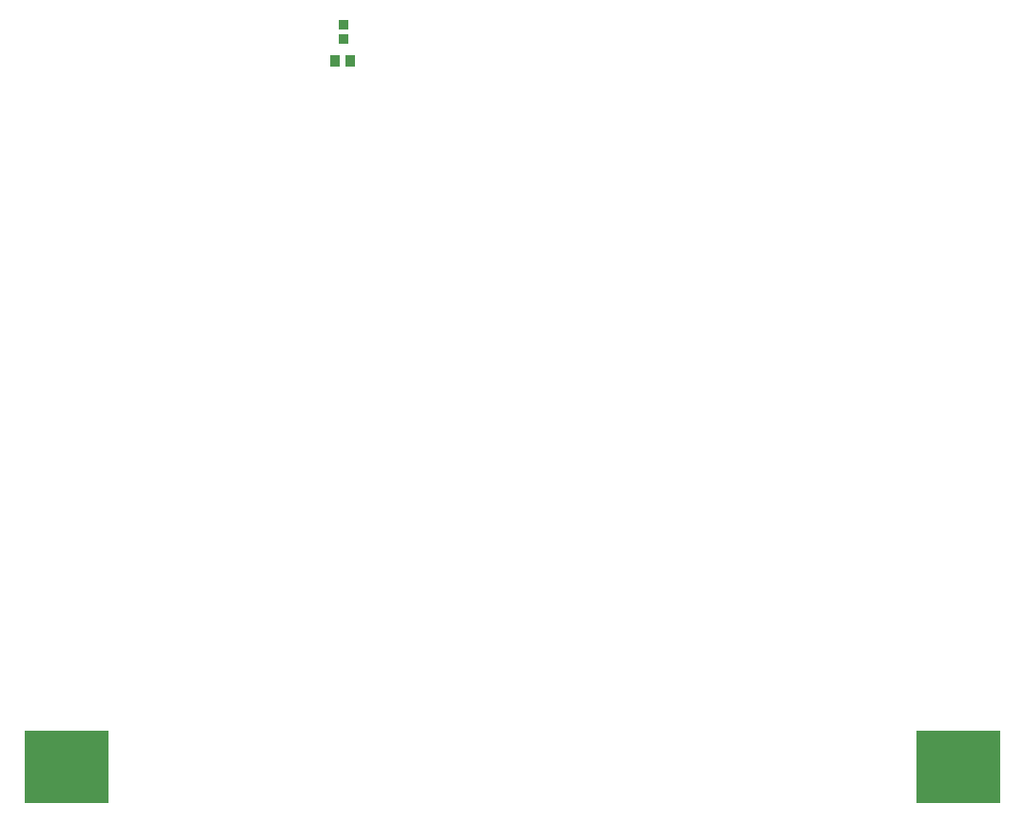
<source format=gbp>
G04*
G04 #@! TF.GenerationSoftware,Altium Limited,Altium Designer,21.3.2 (30)*
G04*
G04 Layer_Color=128*
%FSLAX25Y25*%
%MOIN*%
G70*
G04*
G04 #@! TF.SameCoordinates,C802B3A6-08BF-4FCB-9CCF-05BD449E4A77*
G04*
G04*
G04 #@! TF.FilePolarity,Positive*
G04*
G01*
G75*
%ADD34R,0.03543X0.03937*%
%ADD38R,0.03740X0.03347*%
%ADD199R,0.29370X0.25472*%
D34*
X127253Y288306D02*
D03*
X121938D02*
D03*
D38*
X124988Y300979D02*
D03*
Y295861D02*
D03*
D199*
X27862Y40835D02*
D03*
X340224D02*
D03*
M02*

</source>
